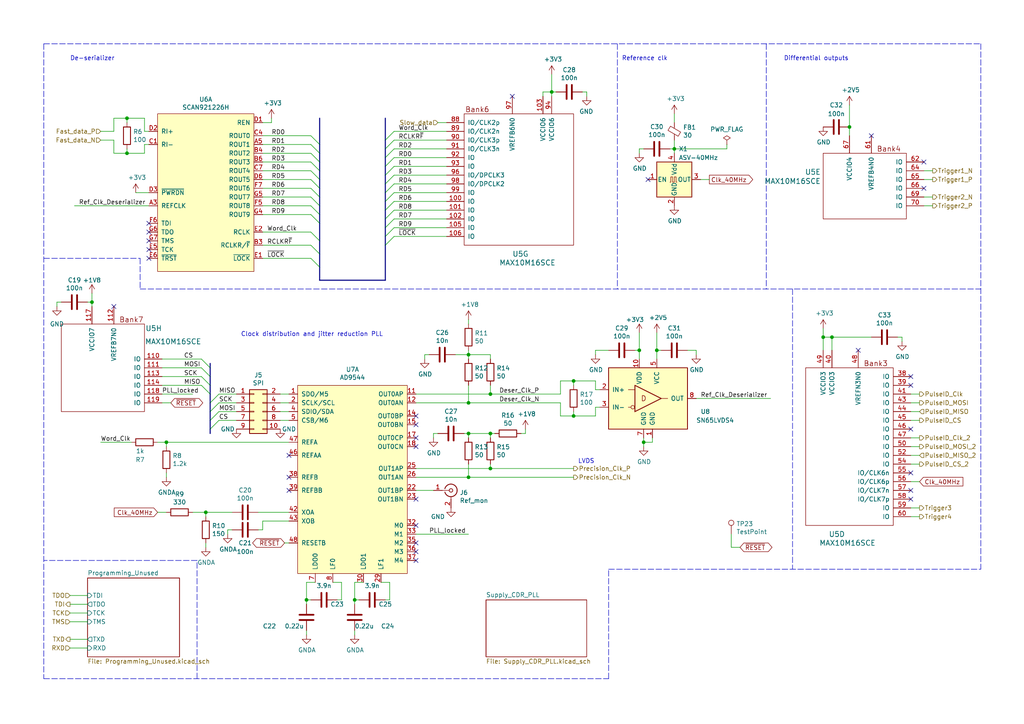
<source format=kicad_sch>
(kicad_sch (version 20250114) (generator "eeschema") (generator_version "9.0")
  (paper "A4")
  (title_block (title "TDS Receiver - Deserializer, PLL and FPGA") (date "2025-02-17") (company "(c) 2025 ETH Zurich, Y. Acremann") (comment 1 "License: GNU public license v. 3.0"))
  (text "De-serializer" (at 20.32 17.78 0) (effects (font (size 1.27 1.27)) (justify left bottom)))
  (text "Clock distribution and jitter reduction PLL" (at 69.85 97.79 0) (effects (font (size 1.27 1.27)) (justify left bottom)))
  (text "Reference clk" (at 180.34 17.78 0) (effects (font (size 1.27 1.27)) (justify left bottom)))
  (text "Differential outputs" (at 227.33 17.78 0) (effects (font (size 1.27 1.27)) (justify left bottom)))
  (text "LVDS" (at 167.64 134.62 0) (effects (font (size 1.27 1.27)) (justify left bottom)))
  (junction (at 185.42 101.6))
  (junction (at 190.5 101.6))
  (junction (at 238.76 97.79))
  (junction (at 135.89 116.84))
  (junction (at 166.37 110.49))
  (junction (at 142.24 114.3))
  (junction (at 135.89 102.87))
  (junction (at 186.69 128.27))
  (junction (at 135.89 138.43))
  (junction (at 142.24 135.89))
  (junction (at 142.24 125.73))
  (junction (at 102.87 173.99))
  (junction (at 36.83 44.45))
  (junction (at 88.9 173.99))
  (junction (at 160.02 26.67))
  (junction (at 195.58 43.18))
  (junction (at 59.69 148.59))
  (junction (at 36.83 34.29))
  (junction (at 135.89 125.73))
  (junction (at 166.37 120.65))
  (junction (at 26.67 87.63))
  (junction (at 48.26 128.27))
  (junction (at 241.3 97.79))
  (junction (at 246.38 36.83))
  (no_connect (at 83.82 138.43))
  (no_connect (at 120.65 120.65))
  (no_connect (at 148.59 27.94))
  (no_connect (at 264.16 144.78))
  (no_connect (at 264.16 124.46))
  (no_connect (at 120.65 160.02))
  (no_connect (at 43.18 74.93))
  (no_connect (at 264.16 111.76))
  (no_connect (at 43.18 64.77))
  (no_connect (at 264.16 142.24))
  (no_connect (at 120.65 152.4))
  (no_connect (at 33.02 88.9))
  (no_connect (at 252.73 39.37))
  (no_connect (at 120.65 123.19))
  (no_connect (at 267.97 46.99))
  (no_connect (at 248.92 101.6))
  (no_connect (at 120.65 127))
  (no_connect (at 83.82 132.08))
  (no_connect (at 43.18 69.85))
  (no_connect (at 43.18 72.39))
  (no_connect (at 43.18 67.31))
  (no_connect (at 120.65 157.48))
  (no_connect (at 187.96 52.07))
  (no_connect (at 264.16 109.22))
  (no_connect (at 264.16 137.16))
  (no_connect (at 267.97 54.61))
  (no_connect (at 83.82 142.24))
  (no_connect (at 120.65 129.54))
  (no_connect (at 120.65 144.78))
  (no_connect (at 120.65 162.56))
  (bus_entry (at 60.96 116.84) (size 2.54 -2.54))
  (bus_entry (at 58.42 111.76) (size 2.54 2.54))
  (bus_entry (at 111.76 43.18) (size 2.54 -2.54))
  (bus_entry (at 111.76 50.8) (size 2.54 -2.54))
  (bus_entry (at 90.17 74.93) (size 2.54 2.54))
  (bus_entry (at 90.17 39.37) (size 2.54 2.54))
  (bus_entry (at 90.17 57.15) (size 2.54 2.54))
  (bus_entry (at 111.76 55.88) (size 2.54 -2.54))
  (bus_entry (at 58.42 104.14) (size 2.54 2.54))
  (bus_entry (at 90.17 67.31) (size 2.54 2.54))
  (bus_entry (at 111.76 63.5) (size 2.54 -2.54))
  (bus_entry (at 111.76 48.26) (size 2.54 -2.54))
  (bus_entry (at 60.96 121.92) (size 2.54 -2.54))
  (bus_entry (at 111.76 45.72) (size 2.54 -2.54))
  (bus_entry (at 90.17 46.99) (size 2.54 2.54))
  (bus_entry (at 90.17 52.07) (size 2.54 2.54))
  (bus_entry (at 58.42 109.22) (size 2.54 2.54))
  (bus_entry (at 90.17 62.23) (size 2.54 2.54))
  (bus_entry (at 111.76 40.64) (size 2.54 -2.54))
  (bus_entry (at 111.76 60.96) (size 2.54 -2.54))
  (bus_entry (at 60.96 124.46) (size 2.54 -2.54))
  (bus_entry (at 90.17 41.91) (size 2.54 2.54))
  (bus_entry (at 111.76 71.12) (size 2.54 -2.54))
  (bus_entry (at 111.76 68.58) (size 2.54 -2.54))
  (bus_entry (at 90.17 54.61) (size 2.54 2.54))
  (bus_entry (at 58.42 106.68) (size 2.54 2.54))
  (bus_entry (at 90.17 71.12) (size 2.54 2.54))
  (bus_entry (at 90.17 59.69) (size 2.54 2.54))
  (bus_entry (at 90.17 44.45) (size 2.54 2.54))
  (bus_entry (at 111.76 66.04) (size 2.54 -2.54))
  (bus_entry (at 111.76 58.42) (size 2.54 -2.54))
  (bus_entry (at 60.96 119.38) (size 2.54 -2.54))
  (bus_entry (at 111.76 53.34) (size 2.54 -2.54))
  (bus_entry (at 90.17 49.53) (size 2.54 2.54))
  (wire (pts (xy 212.09 158.75) (xy 214.63 158.75)))
  (wire (pts (xy 16.51 87.63) (xy 16.51 88.9)))
  (wire (pts (xy 267.97 57.15) (xy 270.51 57.15)))
  (wire (pts (xy 160.02 26.67) (xy 160.02 27.94)))
  (wire (pts (xy 36.83 35.56) (xy 36.83 34.29)))
  (wire (pts (xy 241.3 101.6) (xy 241.3 97.79)))
  (wire (pts (xy 25.4 177.8) (xy 20.32 177.8)))
  (wire (pts (xy 33.02 34.29) (xy 33.02 38.1)))
  (wire (pts (xy 82.55 157.48) (xy 83.82 157.48)))
  (wire (pts (xy 59.69 149.86) (xy 59.69 148.59)))
  (bus (pts (xy 92.71 77.47) (xy 92.71 81.28)))
  (bus (pts (xy 92.71 46.99) (xy 92.71 49.53)))
  (wire (pts (xy 135.89 134.62) (xy 135.89 138.43)))
  (wire (pts (xy 191.77 101.6) (xy 190.5 101.6)))
  (wire (pts (xy 266.7 127) (xy 264.16 127)))
  (wire (pts (xy 43.18 59.69) (xy 21.59 59.69)))
  (wire (pts (xy 241.3 97.79) (xy 252.73 97.79)))
  (wire (pts (xy 66.04 153.67) (xy 66.04 154.94)))
  (wire (pts (xy 162.56 120.65) (xy 166.37 120.65)))
  (wire (pts (xy 25.4 172.72) (xy 20.32 172.72)))
  (wire (pts (xy 241.3 97.79) (xy 238.76 97.79)))
  (bus (pts (xy 92.71 41.91) (xy 92.71 44.45)))
  (bus (pts (xy 92.71 59.69) (xy 92.71 62.23)))
  (wire (pts (xy 90.17 41.91) (xy 76.2 41.91)))
  (wire (pts (xy 76.2 67.31) (xy 90.17 67.31)))
  (bus (pts (xy 60.96 116.84) (xy 60.96 119.38)))
  (wire (pts (xy 195.58 43.18) (xy 195.58 40.64)))
  (wire (pts (xy 83.82 148.59) (xy 74.93 148.59)))
  (wire (pts (xy 166.37 119.38) (xy 166.37 120.65)))
  (wire (pts (xy 36.83 44.45) (xy 33.02 44.45)))
  (bus (pts (xy 60.96 105.41) (xy 60.96 106.68)))
  (wire (pts (xy 170.18 26.67) (xy 170.18 27.94)))
  (wire (pts (xy 83.82 119.38) (xy 81.28 119.38)))
  (wire (pts (xy 210.82 43.18) (xy 195.58 43.18)))
  (wire (pts (xy 190.5 101.6) (xy 190.5 96.52)))
  (wire (pts (xy 264.16 116.84) (xy 266.7 116.84)))
  (wire (pts (xy 59.69 157.48) (xy 59.69 158.75)))
  (wire (pts (xy 270.51 52.07) (xy 267.97 52.07)))
  (wire (pts (xy 142.24 114.3) (xy 142.24 111.76)))
  (bus (pts (xy 60.96 121.92) (xy 60.96 124.46)))
  (bus (pts (xy 111.76 55.88) (xy 111.76 58.42)))
  (wire (pts (xy 142.24 135.89) (xy 166.37 135.89)))
  (polyline (pts (xy 12.7 74.93) (xy 40.64 74.93)) (stroke (width 0) (type dash)))
  (wire (pts (xy 29.21 40.64) (xy 33.02 40.64)))
  (wire (pts (xy 129.54 55.88) (xy 114.3 55.88)))
  (wire (pts (xy 185.42 96.52) (xy 185.42 101.6)))
  (wire (pts (xy 63.5 119.38) (xy 68.58 119.38)))
  (wire (pts (xy 168.91 26.67) (xy 170.18 26.67)))
  (bus (pts (xy 111.76 58.42) (xy 111.76 60.96)))
  (wire (pts (xy 135.89 125.73) (xy 135.89 127)))
  (wire (pts (xy 172.72 113.03) (xy 173.99 113.03)))
  (wire (pts (xy 266.7 149.86) (xy 264.16 149.86)))
  (polyline (pts (xy 284.48 12.7) (xy 284.48 165.1)) (stroke (width 0) (type dash)))
  (wire (pts (xy 142.24 104.14) (xy 142.24 102.87)))
  (wire (pts (xy 46.99 116.84) (xy 49.53 116.84)))
  (wire (pts (xy 114.3 58.42) (xy 129.54 58.42)))
  (wire (pts (xy 81.28 116.84) (xy 83.82 116.84)))
  (wire (pts (xy 172.72 110.49) (xy 172.72 113.03)))
  (wire (pts (xy 264.16 129.54) (xy 266.7 129.54)))
  (wire (pts (xy 186.69 128.27) (xy 189.23 128.27)))
  (wire (pts (xy 67.31 153.67) (xy 66.04 153.67)))
  (wire (pts (xy 212.09 154.94) (xy 212.09 158.75)))
  (wire (pts (xy 68.58 116.84) (xy 63.5 116.84)))
  (wire (pts (xy 96.52 168.91) (xy 99.06 168.91)))
  (polyline (pts (xy 57.15 162.56) (xy 12.7 162.56)) (stroke (width 0) (type dash)))
  (wire (pts (xy 45.72 148.59) (xy 48.26 148.59)))
  (wire (pts (xy 135.89 125.73) (xy 134.62 125.73)))
  (wire (pts (xy 135.89 93.98) (xy 135.89 92.71)))
  (wire (pts (xy 166.37 120.65) (xy 172.72 120.65)))
  (wire (pts (xy 120.65 142.24) (xy 125.73 142.24)))
  (bus (pts (xy 92.71 49.53) (xy 92.71 52.07)))
  (wire (pts (xy 46.99 114.3) (xy 55.88 114.3)))
  (wire (pts (xy 120.65 154.94) (xy 135.89 154.94)))
  (bus (pts (xy 60.96 106.68) (xy 60.96 109.22)))
  (wire (pts (xy 135.89 102.87) (xy 135.89 101.6)))
  (wire (pts (xy 127 125.73) (xy 125.73 125.73)))
  (bus (pts (xy 111.76 34.29) (xy 111.76 40.64)))
  (polyline (pts (xy 40.64 74.93) (xy 40.64 83.82)) (stroke (width 0) (type dash)))
  (wire (pts (xy 113.03 173.99) (xy 111.76 173.99)))
  (wire (pts (xy 186.69 43.18) (xy 185.42 43.18)))
  (bus (pts (xy 60.96 119.38) (xy 60.96 121.92)))
  (wire (pts (xy 88.9 173.99) (xy 88.9 175.26)))
  (wire (pts (xy 90.17 62.23) (xy 76.2 62.23)))
  (wire (pts (xy 90.17 52.07) (xy 76.2 52.07)))
  (bus (pts (xy 111.76 66.04) (xy 111.76 68.58)))
  (bus (pts (xy 111.76 45.72) (xy 111.76 48.26)))
  (wire (pts (xy 270.51 59.69) (xy 267.97 59.69)))
  (wire (pts (xy 267.97 49.53) (xy 270.51 49.53)))
  (wire (pts (xy 172.72 118.11) (xy 172.72 120.65)))
  (wire (pts (xy 59.69 148.59) (xy 55.88 148.59)))
  (wire (pts (xy 41.91 44.45) (xy 36.83 44.45)))
  (wire (pts (xy 135.89 138.43) (xy 120.65 138.43)))
  (wire (pts (xy 142.24 102.87) (xy 135.89 102.87)))
  (wire (pts (xy 90.17 46.99) (xy 76.2 46.99)))
  (bus (pts (xy 92.71 69.85) (xy 92.71 73.66)))
  (wire (pts (xy 184.15 101.6) (xy 185.42 101.6)))
  (wire (pts (xy 266.7 121.92) (xy 264.16 121.92)))
  (wire (pts (xy 102.87 173.99) (xy 102.87 175.26)))
  (wire (pts (xy 264.16 119.38) (xy 266.7 119.38)))
  (bus (pts (xy 92.71 44.45) (xy 92.71 46.99)))
  (wire (pts (xy 186.69 129.54) (xy 186.69 128.27)))
  (wire (pts (xy 68.58 121.92) (xy 63.5 121.92)))
  (wire (pts (xy 41.91 38.1) (xy 43.18 38.1)))
  (wire (pts (xy 142.24 127) (xy 142.24 125.73)))
  (wire (pts (xy 102.87 168.91) (xy 105.41 168.91)))
  (bus (pts (xy 92.71 57.15) (xy 92.71 59.69)))
  (bus (pts (xy 60.96 109.22) (xy 60.96 111.76)))
  (wire (pts (xy 41.91 34.29) (xy 41.91 38.1)))
  (wire (pts (xy 33.02 34.29) (xy 36.83 34.29)))
  (polyline (pts (xy 229.87 83.82) (xy 229.87 165.1)) (stroke (width 0) (type dash)))
  (wire (pts (xy 81.28 121.92) (xy 83.82 121.92)))
  (polyline (pts (xy 12.7 12.7) (xy 284.48 12.7)) (stroke (width 0) (type dash)))
  (bus (pts (xy 111.76 68.58) (xy 111.76 71.12)))
  (wire (pts (xy 129.54 50.8) (xy 114.3 50.8)))
  (wire (pts (xy 135.89 104.14) (xy 135.89 102.87)))
  (wire (pts (xy 162.56 116.84) (xy 162.56 120.65)))
  (wire (pts (xy 46.99 104.14) (xy 58.42 104.14)))
  (wire (pts (xy 29.21 128.27) (xy 38.1 128.27)))
  (wire (pts (xy 157.48 26.67) (xy 160.02 26.67)))
  (wire (pts (xy 261.62 97.79) (xy 261.62 99.06)))
  (wire (pts (xy 26.67 87.63) (xy 26.67 85.09)))
  (wire (pts (xy 48.26 138.43) (xy 48.26 137.16)))
  (wire (pts (xy 186.69 127) (xy 186.69 128.27)))
  (bus (pts (xy 111.76 60.96) (xy 111.76 63.5)))
  (wire (pts (xy 58.42 106.68) (xy 46.99 106.68)))
  (wire (pts (xy 26.67 88.9) (xy 26.67 87.63)))
  (wire (pts (xy 246.38 36.83) (xy 246.38 39.37)))
  (wire (pts (xy 185.42 43.18) (xy 185.42 44.45)))
  (wire (pts (xy 88.9 184.15) (xy 88.9 182.88)))
  (wire (pts (xy 124.46 102.87) (xy 123.19 102.87)))
  (polyline (pts (xy 12.7 12.7) (xy 12.7 196.85)) (stroke (width 0) (type dash)))
  (wire (pts (xy 20.32 175.26) (xy 25.4 175.26)))
  (wire (pts (xy 76.2 39.37) (xy 90.17 39.37)))
  (wire (pts (xy 114.3 48.26) (xy 129.54 48.26)))
  (wire (pts (xy 127 35.56) (xy 129.54 35.56)))
  (wire (pts (xy 125.73 125.73) (xy 125.73 127)))
  (wire (pts (xy 135.89 102.87) (xy 132.08 102.87)))
  (wire (pts (xy 25.4 87.63) (xy 26.67 87.63)))
  (wire (pts (xy 129.54 40.64) (xy 114.3 40.64)))
  (bus (pts (xy 111.76 53.34) (xy 111.76 55.88)))
  (wire (pts (xy 120.65 114.3) (xy 142.24 114.3)))
  (wire (pts (xy 210.82 41.91) (xy 210.82 43.18)))
  (wire (pts (xy 264.16 134.62) (xy 266.7 134.62)))
  (polyline (pts (xy 57.15 196.85) (xy 57.15 162.56)) (stroke (width 0) (type dash)))
  (polyline (pts (xy 40.64 83.82) (xy 284.48 83.82)) (stroke (width 0) (type dash)))
  (wire (pts (xy 114.3 68.58) (xy 129.54 68.58)))
  (wire (pts (xy 67.31 148.59) (xy 59.69 148.59)))
  (wire (pts (xy 238.76 95.25) (xy 238.76 97.79)))
  (bus (pts (xy 92.71 64.77) (xy 92.71 69.85)))
  (wire (pts (xy 162.56 110.49) (xy 166.37 110.49)))
  (wire (pts (xy 176.53 101.6) (xy 172.72 101.6)))
  (wire (pts (xy 266.7 132.08) (xy 264.16 132.08)))
  (wire (pts (xy 90.17 57.15) (xy 76.2 57.15)))
  (wire (pts (xy 123.19 102.87) (xy 123.19 104.14)))
  (wire (pts (xy 120.65 135.89) (xy 142.24 135.89)))
  (bus (pts (xy 111.76 48.26) (xy 111.76 50.8)))
  (wire (pts (xy 33.02 40.64) (xy 33.02 44.45)))
  (wire (pts (xy 63.5 114.3) (xy 68.58 114.3)))
  (wire (pts (xy 36.83 43.18) (xy 36.83 44.45)))
  (wire (pts (xy 76.2 49.53) (xy 90.17 49.53)))
  (wire (pts (xy 114.3 63.5) (xy 129.54 63.5)))
  (wire (pts (xy 203.2 52.07) (xy 205.74 52.07)))
  (bus (pts (xy 60.96 124.46) (xy 60.96 125.73)))
  (bus (pts (xy 60.96 114.3) (xy 60.96 116.84)))
  (bus (pts (xy 92.71 73.66) (xy 92.71 77.47)))
  (wire (pts (xy 88.9 168.91) (xy 88.9 173.99)))
  (wire (pts (xy 142.24 125.73) (xy 143.51 125.73)))
  (wire (pts (xy 172.72 118.11) (xy 173.99 118.11)))
  (bus (pts (xy 92.71 81.28) (xy 111.76 81.28)))
  (polyline (pts (xy 12.7 196.85) (xy 176.53 196.85)) (stroke (width 0) (type dash)))
  (wire (pts (xy 238.76 97.79) (xy 238.76 101.6)))
  (wire (pts (xy 129.54 60.96) (xy 114.3 60.96)))
  (wire (pts (xy 99.06 168.91) (xy 99.06 173.99)))
  (wire (pts (xy 76.2 59.69) (xy 90.17 59.69)))
  (wire (pts (xy 88.9 168.91) (xy 91.44 168.91)))
  (wire (pts (xy 160.02 21.59) (xy 160.02 26.67)))
  (wire (pts (xy 142.24 114.3) (xy 162.56 114.3)))
  (wire (pts (xy 76.2 71.12) (xy 90.17 71.12)))
  (wire (pts (xy 161.29 26.67) (xy 160.02 26.67)))
  (wire (pts (xy 102.87 168.91) (xy 102.87 173.99)))
  (wire (pts (xy 264.16 147.32) (xy 266.7 147.32)))
  (wire (pts (xy 76.2 151.13) (xy 83.82 151.13)))
  (wire (pts (xy 76.2 54.61) (xy 90.17 54.61)))
  (wire (pts (xy 39.37 55.88) (xy 43.18 55.88)))
  (wire (pts (xy 185.42 101.6) (xy 185.42 104.14)))
  (bus (pts (xy 92.71 62.23) (xy 92.71 64.77)))
  (polyline (pts (xy 176.53 165.1) (xy 284.48 165.1)) (stroke (width 0) (type dash)))
  (wire (pts (xy 41.91 41.91) (xy 43.18 41.91)))
  (wire (pts (xy 260.35 97.79) (xy 261.62 97.79)))
  (wire (pts (xy 266.7 139.7) (xy 264.16 139.7)))
  (wire (pts (xy 74.93 153.67) (xy 76.2 153.67)))
  (wire (pts (xy 90.17 173.99) (xy 88.9 173.99)))
  (wire (pts (xy 195.58 43.18) (xy 194.31 43.18)))
  (wire (pts (xy 129.54 45.72) (xy 114.3 45.72)))
  (wire (pts (xy 46.99 109.22) (xy 58.42 109.22)))
  (wire (pts (xy 48.26 129.54) (xy 48.26 128.27)))
  (wire (pts (xy 114.3 53.34) (xy 129.54 53.34)))
  (wire (pts (xy 58.42 111.76) (xy 46.99 111.76)))
  (wire (pts (xy 17.78 87.63) (xy 16.51 87.63)))
  (wire (pts (xy 48.26 128.27) (xy 83.82 128.27)))
  (wire (pts (xy 129.54 66.04) (xy 114.3 66.04)))
  (wire (pts (xy 76.2 153.67) (xy 76.2 151.13)))
  (wire (pts (xy 157.48 27.94) (xy 157.48 26.67)))
  (wire (pts (xy 166.37 138.43) (xy 135.89 138.43)))
  (bus (pts (xy 111.76 43.18) (xy 111.76 45.72)))
  (bus (pts (xy 111.76 40.64) (xy 111.76 43.18)))
  (bus (pts (xy 60.96 111.76) (xy 60.96 114.3)))
  (wire (pts (xy 20.32 180.34) (xy 25.4 180.34)))
  (wire (pts (xy 83.82 114.3) (xy 81.28 114.3)))
  (bus (pts (xy 92.71 52.07) (xy 92.71 54.61)))
  (polyline (pts (xy 179.07 12.7) (xy 179.07 83.82)) (stroke (width 0) (type dash)))
  (wire (pts (xy 166.37 110.49) (xy 172.72 110.49)))
  (wire (pts (xy 166.37 111.76) (xy 166.37 110.49)))
  (wire (pts (xy 114.3 38.1) (xy 129.54 38.1)))
  (wire (pts (xy 135.89 116.84) (xy 135.89 111.76)))
  (polyline (pts (xy 222.25 12.7) (xy 222.25 83.82)) (stroke (width 0) (type dash)))
  (wire (pts (xy 190.5 104.14) (xy 190.5 101.6)))
  (wire (pts (xy 78.74 34.29) (xy 78.74 35.56)))
  (wire (pts (xy 152.4 125.73) (xy 151.13 125.73)))
  (wire (pts (xy 189.23 128.27) (xy 189.23 127)))
  (wire (pts (xy 99.06 173.99) (xy 97.79 173.99)))
  (wire (pts (xy 195.58 44.45) (xy 195.58 43.18)))
  (wire (pts (xy 201.93 101.6) (xy 201.93 102.87)))
  (wire (pts (xy 29.21 38.1) (xy 33.02 38.1)))
  (wire (pts (xy 20.32 187.96) (xy 25.4 187.96)))
  (wire (pts (xy 172.72 101.6) (xy 172.72 102.87)))
  (wire (pts (xy 142.24 134.62) (xy 142.24 135.89)))
  (wire (pts (xy 201.93 115.57) (xy 223.52 115.57)))
  (bus (pts (xy 111.76 50.8) (xy 111.76 53.34)))
  (wire (pts (xy 104.14 173.99) (xy 102.87 173.99)))
  (wire (pts (xy 266.7 114.3) (xy 264.16 114.3)))
  (bus (pts (xy 92.71 34.29) (xy 92.71 41.91)))
  (bus (pts (xy 92.71 54.61) (xy 92.71 57.15)))
  (wire (pts (xy 36.83 34.29) (xy 41.91 34.29)))
  (wire (pts (xy 76.2 44.45) (xy 90.17 44.45)))
  (wire (pts (xy 135.89 116.84) (xy 162.56 116.84)))
  (wire (pts (xy 45.72 128.27) (xy 48.26 128.27)))
  (wire (pts (xy 41.91 41.91) (xy 41.91 44.45)))
  (bus (pts (xy 111.76 71.12) (xy 111.76 81.28)))
  (wire (pts (xy 195.58 35.56) (xy 195.58 33.02)))
  (wire (pts (xy 90.17 74.93) (xy 76.2 74.93)))
  (wire (pts (xy 114.3 43.18) (xy 129.54 43.18)))
  (wire (pts (xy 199.39 101.6) (xy 201.93 101.6)))
  (wire (pts (xy 142.24 125.73) (xy 135.89 125.73)))
  (wire (pts (xy 102.87 184.15) (xy 102.87 182.88)))
  (wire (pts (xy 110.49 168.91) (xy 113.03 168.91)))
  (wire (pts (xy 78.74 35.56) (xy 76.2 35.56)))
  (wire (pts (xy 246.38 30.48) (xy 246.38 36.83)))
  (polyline (pts (xy 176.53 196.85) (xy 176.53 165.1)) (stroke (width 0) (type dash)))
  (wire (pts (xy 152.4 124.46) (xy 152.4 125.73)))
  (bus (pts (xy 111.76 63.5) (xy 111.76 66.04)))
  (wire (pts (xy 25.4 185.42) (xy 20.32 185.42)))
  (wire (pts (xy 120.65 116.84) (xy 135.89 116.84)))
  (wire (pts (xy 162.56 110.49) (xy 162.56 114.3)))
  (wire (pts (xy 113.03 168.91) (xy 113.03 173.99)))
  (label "PLL_locked" (at 46.99 114.3 0))
  (label "Deser_Clk_P" (at 144.78 114.3 0))
  (label "RCLKR~{F}" (at 77.47 71.12 0))
  (label "RD4" (at 78.74 49.53 0))
  (label "Word_Clk" (at 29.21 128.27 0))
  (label "RD5" (at 78.74 52.07 0))
  (label "RD1" (at 78.74 41.91 0))
  (label "~{LOCK}" (at 115.57 68.58 0))
  (label "RD0" (at 115.57 45.72 0))
  (label "RD9" (at 115.57 66.04 0))
  (label "Word_Clk" (at 115.57 38.1 0))
  (label "RD2" (at 115.57 43.18 0))
  (label "PLL_locked" (at 124.46 154.94 0))
  (label "RD8" (at 78.74 59.69 0))
  (label "MISO" (at 53.34 111.76 0))
  (label "RD6" (at 115.57 58.42 0))
  (label "RD6" (at 78.74 54.61 0))
  (label "CS" (at 53.34 104.14 0))
  (label "Ref_Clk_Deserializer" (at 22.86 59.69 0))
  (label "RD0" (at 78.74 39.37 0))
  (label "Word_Clk" (at 77.47 67.31 0))
  (label "SCK" (at 53.34 109.22 0))
  (label "RD1" (at 115.57 48.26 0))
  (label "MISO" (at 63.5 114.3 0))
  (label "CS" (at 63.5 121.92 0))
  (label "RD7" (at 78.74 57.15 0))
  (label "RD3" (at 115.57 50.8 0))
  (label "RD2" (at 78.74 44.45 0))
  (label "Deser_Clk_N" (at 144.78 116.84 0))
  (label "RD3" (at 78.74 46.99 0))
  (label "RD7" (at 115.57 63.5 0))
  (label "RCLKR~{F}" (at 115.57 40.64 0))
  (label "RD9" (at 78.74 62.23 0))
  (label "MOSI" (at 63.5 119.38 0))
  (label "MOSI" (at 53.34 106.68 0))
  (label "Ref_Clk_Deserializer" (at 203.2 115.57 0))
  (label "RD5" (at 115.57 55.88 0))
  (label "SCK" (at 63.5 116.84 0))
  (label "~{LOCK}" (at 77.47 74.93 0))
  (label "RD4" (at 115.57 53.34 0))
  (label "RD8" (at 115.57 60.96 0))
  (global_label "Clk_40MHz" (shape input) (at 45.72 148.59 180) (property "Intersheetrefs" "${INTERSHEET_REFS}" (effects (hide yes))))
  (global_label "Clk_40MHz" (shape output) (at 205.74 52.07 0) (property "Intersheetrefs" "${INTERSHEET_REFS}" (effects (hide yes))))
  (global_label "~{RESET}" (shape bidirectional) (at 82.55 157.48 180) (property "Intersheetrefs" "${INTERSHEET_REFS}" (effects (hide yes))))
  (global_label "~{RESET}" (shape bidirectional) (at 49.53 116.84 0) (property "Intersheetrefs" "${INTERSHEET_REFS}" (effects (hide yes))))
  (global_label "Clk_40MHz" (shape input) (at 266.7 139.7 0) (property "Intersheetrefs" "${INTERSHEET_REFS}" (effects (hide yes))))
  (global_label "~{RESET}" (shape bidirectional) (at 214.63 158.75 0) (property "Intersheetrefs" "${INTERSHEET_REFS}" (effects (hide yes))))
  (hierarchical_label "PulseID_MOSI_2" (shape output) (at 266.7 129.54 0))
  (hierarchical_label "TMS" (shape input) (at 20.32 180.34 180))
  (hierarchical_label "Trigger1_P" (shape output) (at 270.51 52.07 0))
  (hierarchical_label "TDO" (shape input) (at 20.32 172.72 180))
  (hierarchical_label "RXD" (shape input) (at 20.32 187.96 180))
  (hierarchical_label "PulseID_Clk" (shape output) (at 266.7 114.3 0))
  (hierarchical_label "Fast_data_P" (shape input) (at 29.21 38.1 180))
  (hierarchical_label "Trigger3" (shape output) (at 266.7 147.32 0))
  (hierarchical_label "TDI" (shape output) (at 20.32 175.26 180))
  (hierarchical_label "Trigger4" (shape output) (at 266.7 149.86 0))
  (hierarchical_label "PulseID_MOSI" (shape output) (at 266.7 116.84 0))
  (hierarchical_label "Trigger2_N" (shape output) (at 270.51 57.15 0))
  (hierarchical_label "PulseID_CS" (shape output) (at 266.7 121.92 0))
  (hierarchical_label "Trigger2_P" (shape output) (at 270.51 59.69 0))
  (hierarchical_label "TXD" (shape output) (at 20.32 185.42 180))
  (hierarchical_label "Fast_data_N" (shape input) (at 29.21 40.64 180))
  (hierarchical_label "Precision_Clk_N" (shape output) (at 166.37 138.43 0))
  (hierarchical_label "Slow_data" (shape input) (at 127 35.56 180))
  (hierarchical_label "PulseID_Clk_2" (shape output) (at 266.7 127 0))
  (hierarchical_label "PulseID_CS_2" (shape output) (at 266.7 134.62 0))
  (hierarchical_label "PulseID_MISO_2" (shape input) (at 266.7 132.08 0))
  (hierarchical_label "PulseID_MISO" (shape input) (at 266.7 119.38 0))
  (hierarchical_label "TCK" (shape input) (at 20.32 177.8 180))
  (hierarchical_label "Trigger1_N" (shape output) (at 270.51 49.53 0))
  (hierarchical_label "Precision_Clk_P" (shape output) (at 166.37 135.89 0))
  (symbol (lib_id "AD9543:AD9543") (at 102.87 139.7 0) (unit 1)
    (property "Reference" "U7" (at 102.235 107.1626 0))
    (property "Value" "AD9544" (at 102.235 109.474 0))
    (property "Footprint" "Package_CSP:LFCSP-48-1EP_7x7mm_P0.5mm_EP4.1x4.1mm" (effects (hide yes)))
    (property "Datasheet" "https://www.analog.com/media/en/technical-documentation/data-sheets/AD9544.pdf" (effects (hide yes)))
    (property "Lieferant" "Mouser" (effects (hide yes)))
    (property "Bestellnummer" " 584-AD9544BCPZ " (effects (hide yes)))
  )
  (symbol (lib_id "power:+3.3V") (at 39.37 55.88 0) (unit 1)
    (property "Reference" "#PWR0135" (effects (hide yes)))
    (property "Value" "+3V3" (at 39.751 51.4858 0))
  )
  (symbol (lib_id "power:+3.3V") (at 78.74 34.29 0) (unit 1)
    (property "Reference" "#PWR0136" (effects (hide yes)))
    (property "Value" "+3V3" (at 79.121 29.8958 0))
  )
  (symbol (lib_id "Device:R") (at 36.83 39.37 0) (unit 1)
    (property "Reference" "R6" (at 38.608 38.2016 0) (effects (justify left)))
    (property "Value" "100" (at 38.608 40.513 0) (effects (justify left)))
    (property "Footprint" "Resistor_SMD:R_0603_1608Metric" (effects (hide yes)))
  )
  (symbol (lib_id "Device:R") (at 166.37 115.57 0) (unit 1)
    (property "Reference" "R17" (at 168.148 114.4016 0) (effects (justify left)))
    (property "Value" "100" (at 168.148 116.713 0) (effects (justify left)))
    (property "Footprint" "Resistor_SMD:R_0603_1608Metric" (effects (hide yes)))
  )
  (symbol (lib_id "Device:R") (at 41.91 128.27 270) (unit 1)
    (property "Reference" "R7" (at 40.64 133.35 90))
    (property "Value" "1k" (at 40.64 130.81 90))
    (property "Footprint" "Resistor_SMD:R_0603_1608Metric" (effects (hide yes)))
  )
  (symbol (lib_id "Device:R") (at 48.26 133.35 0) (unit 1)
    (property "Reference" "R8" (at 50.038 132.1816 0) (effects (justify left)))
    (property "Value" "1.2k" (at 50.038 134.493 0) (effects (justify left)))
    (property "Footprint" "Resistor_SMD:R_0603_1608Metric" (effects (hide yes)))
  )
  (symbol (lib_id "power:GND") (at 186.69 129.54 0) (unit 1)
    (property "Reference" "#PWR0138" (effects (hide yes)))
    (property "Value" "GND" (at 186.817 133.9342 0))
  )
  (symbol (lib_id "Device:C") (at 21.59 87.63 270) (unit 1)
    (property "Reference" "C19" (at 21.59 81.2292 90))
    (property "Value" "100n" (at 21.59 83.5406 90))
    (property "Footprint" "Capacitor_SMD:C_0603_1608Metric" (effects (hide yes)))
  )
  (symbol (lib_id "power:GND") (at 16.51 88.9 0) (unit 1)
    (property "Reference" "#PWR0139" (effects (hide yes)))
    (property "Value" "GND" (at 16.51 93.98 0))
  )
  (symbol (lib_id "Oscillator:ASV-xxxMHz") (at 195.58 52.07 0) (unit 1)
    (property "Reference" "X1" (at 196.85 43.18 0) (effects (justify left)))
    (property "Value" "ASV-40MHz" (at 196.85 45.72 0) (effects (justify left)))
    (property "Footprint" "Oscillator:Oscillator_SMD_Abracon_ASV-4Pin_7.0x5.1mm" (effects (hide yes)))
    (property "Datasheet" "http://www.abracon.com/Oscillators/ASV.pdf" (effects (hide yes)))
  )
  (symbol (lib_id "Device:R") (at 52.07 148.59 270) (unit 1)
    (property "Reference" "R9" (at 52.07 143.3322 90))
    (property "Value" "330" (at 52.07 145.6436 90))
    (property "Footprint" "Resistor_SMD:R_0603_1608Metric" (effects (hide yes)))
  )
  (symbol (lib_id "Device:R") (at 59.69 153.67 0) (unit 1)
    (property "Reference" "R10" (at 61.468 152.5016 0) (effects (justify left)))
    (property "Value" "150" (at 61.468 154.813 0) (effects (justify left)))
    (property "Footprint" "Resistor_SMD:R_0603_1608Metric" (effects (hide yes)))
  )
  (symbol (lib_id "Device:C") (at 71.12 148.59 270) (unit 1)
    (property "Reference" "C20" (at 71.12 142.1892 90))
    (property "Value" "100n" (at 71.12 144.5006 90))
    (property "Footprint" "Capacitor_SMD:C_0402_1005Metric" (effects (hide yes)))
  )
  (symbol (lib_id "Device:C") (at 71.12 153.67 270) (unit 1)
    (property "Reference" "C21" (at 71.12 157.48 90))
    (property "Value" "100n" (at 71.12 160.02 90))
    (property "Footprint" "Capacitor_SMD:C_0402_1005Metric" (effects (hide yes)))
  )
  (symbol (lib_id "Connector_Generic:Conn_02x05_Odd_Even") (at 73.66 119.38 0) (unit 1)
    (property "Reference" "J5" (at 74.93 108.7882 0))
    (property "Value" "SPI" (at 74.93 111.0996 0))
    (property "Footprint" "Connector_PinHeader_2.54mm:PinHeader_2x05_P2.54mm_Vertical" (effects (hide yes)))
  )
  (symbol (lib_id "power:GND") (at 195.58 59.69 0) (unit 1)
    (property "Reference" "#PWR0142" (effects (hide yes)))
    (property "Value" "GND" (at 195.707 64.0842 0))
  )
  (symbol (lib_id "Device:C") (at 190.5 43.18 270) (unit 1)
    (property "Reference" "C30" (at 190.5 36.7792 90))
    (property "Value" "100n" (at 190.5 39.0906 90))
    (property "Footprint" "Capacitor_SMD:C_0603_1608Metric" (effects (hide yes)))
  )
  (symbol (lib_id "power:GND") (at 185.42 44.45 0) (unit 1)
    (property "Reference" "#PWR0143" (effects (hide yes)))
    (property "Value" "GND" (at 185.547 48.8442 0))
  )
  (symbol (lib_id "power:GND") (at 68.58 124.46 0) (unit 1)
    (property "Reference" "#PWR0154" (effects (hide yes)))
    (property "Value" "GND" (at 66.04 124.46 0))
  )
  (symbol (lib_id "power:GND") (at 81.28 124.46 0) (unit 1)
    (property "Reference" "#PWR0155" (effects (hide yes)))
    (property "Value" "GND" (at 83.82 124.46 0))
  )
  (symbol (lib_id "Intel_Max10:MAX10M16SCE") (at 154.94 55.88 0) (mirror y) (unit 7)
    (property "Reference" "U5" (at 148.59 73.66 0) (effects (font (size 1.4986 1.4986)) (justify right)))
    (property "Value" "MAX10M16SCE" (at 144.78 76.2 0) (effects (font (size 1.4986 1.4986)) (justify right)))
    (property "Footprint" "footprint:EQFP_144" (effects (hide yes)))
    (property "Datasheet" "https://www.mouser.ch/datasheet/2/612/m10_datasheet-1115242.pdf" (effects (hide yes)))
  )
  (symbol (lib_id "power:+3.3V") (at 185.42 96.52 0) (unit 1)
    (property "Reference" "#PWR0144" (effects (hide yes)))
    (property "Value" "+3V3" (at 184.15 92.71 0))
  )
  (symbol (lib_id "Device:C") (at 195.58 101.6 270) (unit 1)
    (property "Reference" "C31" (at 195.58 95.1992 90))
    (property "Value" "100n" (at 195.58 97.5106 90))
    (property "Footprint" "Capacitor_SMD:C_0603_1608Metric" (effects (hide yes)))
  )
  (symbol (lib_id "Device:C") (at 180.34 101.6 270) (unit 1)
    (property "Reference" "C29" (at 180.34 95.1992 90))
    (property "Value" "100n" (at 180.34 97.5106 90))
    (property "Footprint" "Capacitor_SMD:C_0603_1608Metric" (effects (hide yes)))
  )
  (symbol (lib_id "power:GND") (at 172.72 102.87 0) (unit 1)
    (property "Reference" "#PWR0145" (effects (hide yes)))
    (property "Value" "GND" (at 172.847 107.2642 0))
  )
  (symbol (lib_id "power:GND") (at 201.93 102.87 0) (unit 1)
    (property "Reference" "#PWR0146" (effects (hide yes)))
    (property "Value" "GND" (at 202.057 107.2642 0))
  )
  (symbol (lib_id "power:+2V5") (at 190.5 96.52 0) (unit 1)
    (property "Reference" "#PWR0164" (effects (hide yes)))
    (property "Value" "+2V5" (at 190.881 92.1258 0))
  )
  (symbol (lib_id "Device:Ferrite_Bead_Small") (at 195.58 38.1 0) (unit 1)
    (property "Reference" "FB1" (at 198.12 36.9316 0) (effects (justify left)))
    (property "Value" "30" (at 198.12 39.243 0) (effects (justify left)))
    (property "Footprint" "Inductor_SMD:L_0402_1005Metric" (effects (hide yes)))
  )
  (symbol (lib_id "power:+3.3V") (at 195.58 33.02 0) (unit 1)
    (property "Reference" "#PWR0147" (effects (hide yes)))
    (property "Value" "+3V3" (at 195.961 28.6258 0))
  )
  (symbol (lib_id "Device:R") (at 135.89 107.95 0) (unit 1)
    (property "Reference" "R12" (at 137.668 106.7816 0) (effects (justify left)))
    (property "Value" "50" (at 137.668 109.093 0) (effects (justify left)))
    (property "Footprint" "Resistor_SMD:R_0603_1608Metric" (effects (hide yes)))
  )
  (symbol (lib_id "Device:R") (at 142.24 107.95 0) (unit 1)
    (property "Reference" "R14" (at 144.018 106.7816 0) (effects (justify left)))
    (property "Value" "50" (at 144.018 109.093 0) (effects (justify left)))
    (property "Footprint" "Resistor_SMD:R_0603_1608Metric" (effects (hide yes)))
  )
  (symbol (lib_id "Device:R") (at 135.89 97.79 0) (unit 1)
    (property "Reference" "R11" (at 137.668 96.6216 0) (effects (justify left)))
    (property "Value" "50" (at 137.668 98.933 0) (effects (justify left)))
    (property "Footprint" "Resistor_SMD:R_0603_1608Metric" (effects (hide yes)))
  )
  (symbol (lib_id "Device:C") (at 128.27 102.87 270) (unit 1)
    (property "Reference" "C26" (at 128.27 96.4692 90))
    (property "Value" "10n" (at 128.27 98.7806 90))
    (property "Footprint" "Capacitor_SMD:C_0603_1608Metric" (effects (hide yes)))
  )
  (symbol (lib_id "SCAN92xxxxH:SCAN921226H") (at 60.96 50.8 0) (unit 1)
    (property "Reference" "U6" (at 59.69 28.829 0))
    (property "Value" "SCAN921226H" (at 59.69 31.1404 0))
    (property "Footprint" "Package_BGA_2:BGA-49_7x7_7.0x7.0mm" (effects (hide yes)))
    (property "Datasheet" "https://www.ti.com/lit/ds/symlink/scan921226h.pdf" (effects (hide yes)))
    (property "Lieferant" "Mouser" (effects (hide yes)))
    (property "Bestellnummer" "926-921226HSM/NOPB" (effects (hide yes)))
  )
  (symbol (lib_id "power:GND") (at 123.19 104.14 0) (unit 1)
    (property "Reference" "#PWR0148" (effects (hide yes)))
    (property "Value" "GND" (at 123.317 108.5342 0))
  )
  (symbol (lib_id "power:+1V8") (at 135.89 92.71 0) (unit 1)
    (property "Reference" "#PWR0149" (effects (hide yes)))
    (property "Value" "+1V8" (at 136.271 88.3158 0))
  )
  (symbol (lib_id "Device:R") (at 135.89 130.81 0) (unit 1)
    (property "Reference" "R13" (at 137.668 129.6416 0) (effects (justify left)))
    (property "Value" "50" (at 137.668 131.953 0) (effects (justify left)))
    (property "Footprint" "Resistor_SMD:R_0603_1608Metric" (effects (hide yes)))
  )
  (symbol (lib_id "Device:R") (at 142.24 130.81 0) (unit 1)
    (property "Reference" "R15" (at 144.018 129.6416 0) (effects (justify left)))
    (property "Value" "50" (at 144.018 131.953 0) (effects (justify left)))
    (property "Footprint" "Resistor_SMD:R_0603_1608Metric" (effects (hide yes)))
  )
  (symbol (lib_id "Device:R") (at 147.32 125.73 270) (unit 1)
    (property "Reference" "R16" (at 147.32 120.4722 90))
    (property "Value" "50" (at 147.32 122.7836 90))
    (property "Footprint" "Resistor_SMD:R_0603_1608Metric" (effects (hide yes)))
  )
  (symbol (lib_id "Device:C") (at 130.81 125.73 270) (unit 1)
    (property "Reference" "C27" (at 130.81 119.3292 90))
    (property "Value" "10n" (at 130.81 121.6406 90))
    (property "Footprint" "Capacitor_SMD:C_0603_1608Metric" (effects (hide yes)))
  )
  (symbol (lib_id "power:+1V8") (at 152.4 124.46 0) (unit 1)
    (property "Reference" "#PWR0156" (effects (hide yes)))
    (property "Value" "+1V8" (at 152.781 120.0658 0))
  )
  (symbol (lib_id "power:GND") (at 125.73 127 0) (unit 1)
    (property "Reference" "#PWR0157" (effects (hide yes)))
    (property "Value" "GND" (at 125.857 131.3942 0))
  )
  (symbol (lib_id "SN65LVDS4:SN65LVDS4") (at 187.96 115.57 0) (unit 1)
    (property "Reference" "U8" (at 203.2 119.38 0) (effects (justify left)))
    (property "Value" "SN65LVDS4" (at 201.93 121.92 0) (effects (justify left)))
    (property "Footprint" "Package_DFN_QFN:Texas_R-PUQFN-N10" (effects (hide yes)))
    (property "Datasheet" "https://www.ti.com/lit/ds/symlink/sn65lvds4.pdf" (effects (hide yes)))
    (property "Lieferant" "Mouser" (effects (hide yes)))
    (property "Bestellnummer" "595-SN65LVDS4RSE" (effects (hide yes)))
  )
  (symbol (lib_id "Device:C") (at 93.98 173.99 270) (unit 1)
    (property "Reference" "C23" (at 97.79 175.26 90))
    (property "Value" "3.9n" (at 93.98 169.9006 90))
    (property "Footprint" "Capacitor_SMD:C_0603_1608Metric" (effects (hide yes)))
  )
  (symbol (lib_id "Device:C") (at 107.95 173.99 270) (unit 1)
    (property "Reference" "C25" (at 111.76 175.26 90))
    (property "Value" "3.9n" (at 107.95 169.9006 90))
    (property "Footprint" "Capacitor_SMD:C_0603_1608Metric" (effects (hide yes)))
  )
  (symbol (lib_id "Device:C") (at 88.9 179.07 0) (unit 1)
    (property "Reference" "C22" (at 76.2 181.61 0) (effects (justify left)))
    (property "Value" "0.22u" (at 82.55 181.61 0) (effects (justify left)))
    (property "Footprint" "Capacitor_SMD:C_0603_1608Metric" (effects (hide yes)))
  )
  (symbol (lib_id "Device:C") (at 102.87 179.07 0) (unit 1)
    (property "Reference" "C24" (at 110.49 181.61 0) (effects (justify left)))
    (property "Value" "0.22u" (at 102.87 181.61 0) (effects (justify left)))
    (property "Footprint" "Capacitor_SMD:C_0603_1608Metric" (effects (hide yes)))
  )
  (symbol (lib_id "power:GNDA") (at 88.9 184.15 0) (unit 1)
    (property "Reference" "#PWR0162" (effects (hide yes)))
    (property "Value" "GNDA" (at 89.027 188.5442 0))
  )
  (symbol (lib_id "power:GNDA") (at 102.87 184.15 0) (unit 1)
    (property "Reference" "#PWR0150" (effects (hide yes)))
    (property "Value" "GNDA" (at 102.997 188.5442 0))
  )
  (symbol (lib_id "Intel_Max10:MAX10M16SCE") (at 246.38 124.46 0) (unit 4)
    (property "Reference" "U5" (at 245.11 154.94 0) (effects (font (size 1.4986 1.4986)) (justify right)))
    (property "Value" "MAX10M16SCE" (at 254 157.48 0) (effects (font (size 1.4986 1.4986)) (justify right)))
    (property "Footprint" "footprint:EQFP_144" (effects (hide yes)))
    (property "Datasheet" "https://www.mouser.ch/datasheet/2/612/m10_datasheet-1115242.pdf" (effects (hide yes)))
  )
  (symbol (lib_id "power:+1V8") (at 26.67 85.09 0) (unit 1)
    (property "Reference" "#PWR0163" (effects (hide yes)))
    (property "Value" "+1V8" (at 26.67 81.28 0))
  )
  (symbol (lib_id "Device:C") (at 165.1 26.67 270) (unit 1)
    (property "Reference" "C28" (at 165.1 20.2692 90))
    (property "Value" "100n" (at 165.1 22.5806 90))
    (property "Footprint" "Capacitor_SMD:C_0603_1608Metric" (effects (hide yes)))
  )
  (symbol (lib_id "power:+3.3V") (at 160.02 21.59 0) (unit 1)
    (property "Reference" "#PWR0151" (effects (hide yes)))
    (property "Value" "+3V3" (at 160.401 17.1958 0))
  )
  (symbol (lib_id "power:GND") (at 170.18 27.94 0) (mirror y) (unit 1)
    (property "Reference" "#PWR0152" (effects (hide yes)))
    (property "Value" "GND" (at 170.053 32.3342 0))
  )
  (symbol (lib_id "Device:C") (at 242.57 36.83 270) (unit 1)
    (property "Reference" "C32" (at 242.57 30.48 90))
    (property "Value" "100n" (at 242.57 33.02 90))
    (property "Footprint" "Capacitor_SMD:C_0603_1608Metric" (effects (hide yes)))
  )
  (symbol (lib_id "power:+2V5") (at 246.38 30.48 0) (unit 1)
    (property "Reference" "#PWR0158" (effects (hide yes)))
    (property "Value" "+2V5" (at 246.761 26.0858 0))
  )
  (symbol (lib_id "power:GND") (at 261.62 99.06 0) (unit 1)
    (property "Reference" "#PWR0160" (effects (hide yes)))
    (property "Value" "GND" (at 261.747 103.4542 0))
  )
  (symbol (lib_id "Connector:Conn_Coaxial") (at 130.81 142.24 0) (unit 1)
    (property "Reference" "J6" (at 133.35 142.875 0) (effects (justify left)))
    (property "Value" "Ref_mon" (at 133.35 145.1864 0) (effects (justify left)))
    (property "Footprint" "Connector_Coaxial:SMA_Amphenol_901-144_Vertical" (effects (hide yes)))
    (property "Datasheet" " ~" (effects (hide yes)))
  )
  (symbol (lib_id "power:+3.3V") (at 238.76 95.25 0) (unit 1)
    (property "Reference" "#PWR0161" (effects (hide yes)))
    (property "Value" "+3V3" (at 239.141 90.8558 0))
  )
  (symbol (lib_id "power:GND") (at 130.81 147.32 0) (unit 1)
    (property "Reference" "#PWR0153" (effects (hide yes)))
    (property "Value" "GND" (at 127 149.86 0))
  )
  (symbol (lib_id "Device:C") (at 256.54 97.79 270) (unit 1)
    (property "Reference" "C33" (at 256.54 91.3892 90))
    (property "Value" "100n" (at 256.54 93.7006 90))
    (property "Footprint" "Capacitor_SMD:C_0603_1608Metric" (effects (hide yes)))
  )
  (symbol (lib_id "Intel_Max10:MAX10M16SCE") (at 29.21 110.49 0) (unit 8)
    (property "Reference" "U5" (at 46.99 95.25 0) (effects (font (size 1.4986 1.4986)) (justify right)))
    (property "Value" "MAX10M16SCE" (at 58.42 99.06 0) (effects (font (size 1.4986 1.4986)) (justify right)))
    (property "Footprint" "footprint:EQFP_144" (effects (hide yes)))
    (property "Datasheet" "https://www.mouser.ch/datasheet/2/612/m10_datasheet-1115242.pdf" (effects (hide yes)))
    (property "Lieferant" "Mouser" (effects (hide yes)))
    (property "Bestellnummer" "989-10M16SCE144C8G" (effects (hide yes)))
  )
  (symbol (lib_id "power:GNDA") (at 66.04 154.94 0) (unit 1)
    (property "Reference" "#PWR0140" (effects (hide yes)))
    (property "Value" "GNDA" (at 66.167 159.3342 0))
  )
  (symbol (lib_id "power:GNDA") (at 59.69 158.75 0) (unit 1)
    (property "Reference" "#PWR0141" (effects (hide yes)))
    (property "Value" "GNDA" (at 59.817 163.1442 0))
  )
  (symbol (lib_id "power:GNDA") (at 48.26 138.43 0) (unit 1)
    (property "Reference" "#PWR0137" (effects (hide yes)))
    (property "Value" "GNDA" (at 48.387 142.8242 0))
  )
  (symbol (lib_id "Connector:TestPoint") (at 212.09 154.94 0) (unit 1)
    (property "Reference" "TP23" (at 213.5632 151.9428 0) (effects (justify left)))
    (property "Value" "TestPoint" (at 213.5632 154.2542 0) (effects (justify left)))
    (property "Footprint" "TestPoint:TestPoint_THTPad_D1.5mm_Drill0.7mm" (effects (hide yes)))
  )
  (symbol (lib_id "power:GND") (at 238.76 36.83 0) (unit 1)
    (property "Reference" "#PWR0159" (effects (hide yes)))
    (property "Value" "GND" (at 238.887 41.2242 0))
  )
  (symbol (lib_id "Intel_Max10:MAX10M16SCE") (at 248.92 60.96 0) (unit 5)
    (property "Reference" "U5" (at 238.0742 49.8856 0) (effects (font (size 1.4986 1.4986)) (justify right)))
    (property "Value" "MAX10M16SCE" (at 238.0742 52.5526 0) (effects (font (size 1.4986 1.4986)) (justify right)))
    (property "Footprint" "footprint:EQFP_144" (effects (hide yes)))
    (property "Datasheet" "https://www.mouser.ch/datasheet/2/612/m10_datasheet-1115242.pdf" (effects (hide yes)))
    (property "Lieferant" "Mouser" (effects (hide yes)))
    (property "Bestellnummer" "989-10M16SCE144C8G" (effects (hide yes)))
  )
  (symbol (lib_id "power:PWR_FLAG") (at 210.82 41.91 0) (unit 1)
    (property "Reference" "#FLG0122" (effects (hide yes)))
    (property "Value" "PWR_FLAG" (at 210.82 37.5158 0))
  )
  (sheet (at 140.97 173.99) (size 29.21 16.51)
    (property "Sheetname" "Supply_CDR_PLL" (at 140.97 173.2784 0) (effects (justify left bottom)))
    (property "Sheetfile" "Supply_CDR_PLL.kicad_sch" (at 140.97 191.0846 0) (effects (justify left top)))
  )
  (sheet (at 25.4 167.64) (size 26.67 22.86)
    (property "Sheetname" "Programming_Unused" (at 25.4 166.9284 0) (effects (justify left bottom)))
    (property "Sheetfile" "Programming_Unused.kicad_sch" (at 25.4 191.0846 0) (effects (justify left top)))
    (pin "TDI" input (at 25.4 172.72 180))
    (pin "TDO" output (at 25.4 175.26 180))
    (pin "TCK" input (at 25.4 177.8 180))
    (pin "TMS" input (at 25.4 180.34 180))
    (pin "TXD" output (at 25.4 185.42 180))
    (pin "RXD" input (at 25.4 187.96 180))
  )
)
</source>
